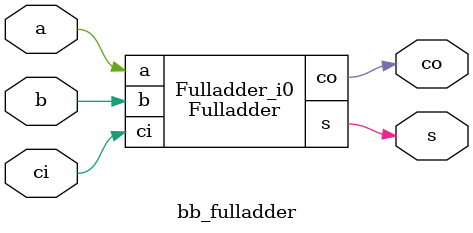
<source format=v>
/*
 * Generated by Digital. Don't modify this file!
 * Any changes will be lost if this file is regenerated.
 */

module HalfAdderAdd (
  input X,
  input Y,
  output S,
  output C
);
  assign S = (X ^ Y);
  assign C = (X & Y);
endmodule

module Fulladder (
  input ci,
  input a,
  input b,
  output s,
  output co
);
  wire s0;
  wire s1;
  wire s2;
  HalfAdderAdd HalfAdderAdd_i0 (
    .X( a ),
    .Y( b ),
    .S( s0 ),
    .C( s2 )
  );
  HalfAdderAdd HalfAdderAdd_i1 (
    .X( ci ),
    .Y( s0 ),
    .S( s ),
    .C( s1 )
  );
  assign co = (s1 | s2);
endmodule

module bb_fulladder (
  input ci,
  input a,
  input b,
  output s,
  output co
);
  Fulladder Fulladder_i0 (
    .ci( ci ),
    .a( a ),
    .b( b ),
    .s( s ),
    .co( co )
  );
endmodule

</source>
